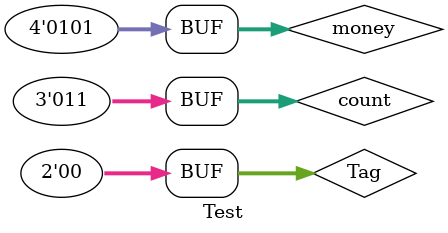
<source format=v>
`timescale 1ns / 1ps


module Test;

	// Inputs
	reg [1:0] Tag;
	reg [2:0] count;
	reg [3:0] money;

	// Outputs
	wire possibility;
	wire [3:0] remainingMoney;

	// Instantiate the Unit Under Test (UUT)
	Vending_Machine uut (
		.Tag(Tag), 
		.count(count), 
		.money(money), 
		.possibility(possibility), 
		.remainingMoney(remainingMoney)
	);

	initial begin
		// Initialize Inputs
		Tag = 3;
		count = 1;
		money = 5;

		// Wait 100 ns for global reset to finish
		#100;
      Tag = 2;
		count = 1;
		money = 5;
		// Add stimulus here
		#100;
      Tag = 0 ;
		count = 2;
		money = 5;
		#100;
      Tag =  0 ;
		count = 3;
		money = 5;

	end
      
endmodule


</source>
